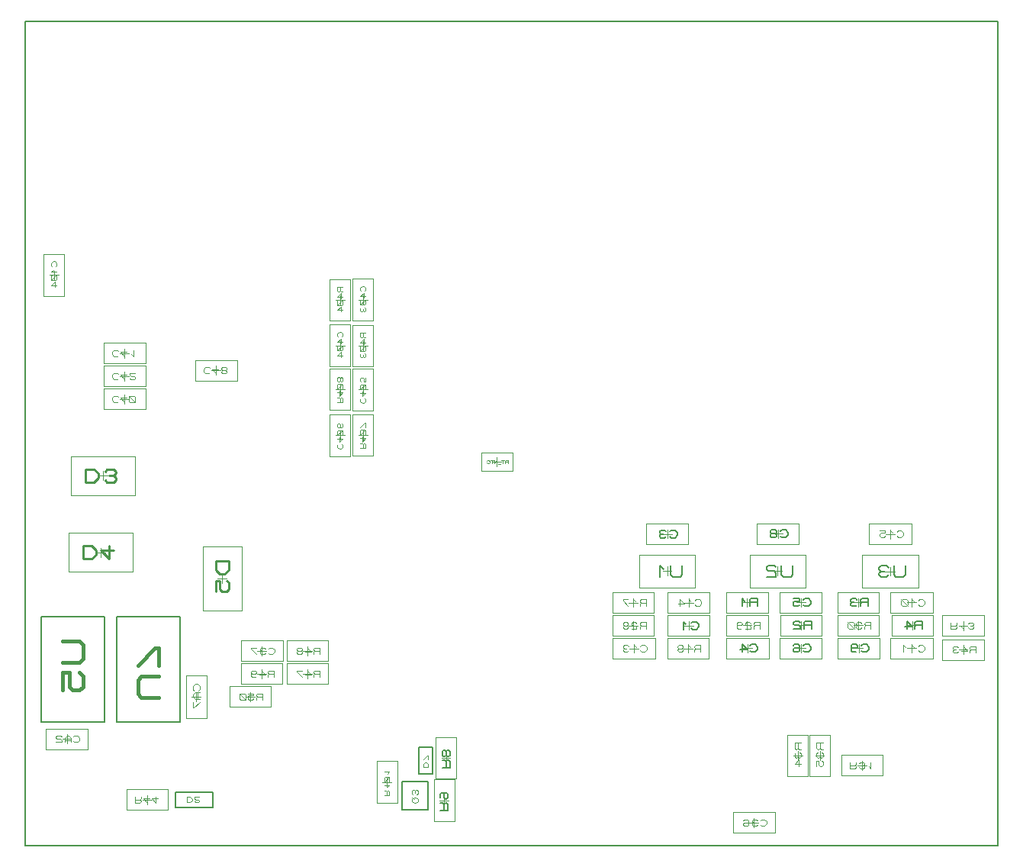
<source format=gbr>
G04 PROTEUS GERBER X2 FILE*
%TF.GenerationSoftware,Labcenter,Proteus,8.7-SP3-Build25561*%
%TF.CreationDate,2021-07-06T20:34:18+00:00*%
%TF.FileFunction,AssemblyDrawing,Bot*%
%TF.FilePolarity,Positive*%
%TF.Part,Single*%
%TF.SameCoordinates,{87e03e06-012a-4b1c-b44b-99ac6d4646d0}*%
%FSLAX45Y45*%
%MOMM*%
G01*
%TA.AperFunction,Profile*%
%ADD38C,0.203200*%
%TA.AperFunction,Material*%
%ADD115C,0.050000*%
%ADD128C,0.095000*%
%ADD123C,0.093000*%
%ADD44C,0.203200*%
%ADD113C,0.389040*%
%ADD120C,0.118750*%
%ADD144C,0.208330*%
%ADD129C,0.141000*%
%ADD116C,0.116250*%
%ADD145C,0.100580*%
%ADD146C,0.050710*%
%ADD130C,0.103290*%
%ADD147C,0.238330*%
%ADD114C,0.090090*%
%TD.AperFunction*%
D38*
X-1079500Y-6413500D02*
X+9715500Y-6413500D01*
X+9715500Y+2730500D01*
X-1079500Y+2730500D01*
X-1079500Y-6413500D01*
D115*
X+2528000Y-631000D02*
X+2528000Y-1101000D01*
X+2298000Y-1101000D01*
X+2298000Y-631000D01*
X+2528000Y-631000D01*
X+2363000Y-866000D02*
X+2463000Y-866000D01*
X+2413000Y-916000D02*
X+2413000Y-816000D01*
D128*
X+2432000Y-771000D02*
X+2441500Y-761500D01*
X+2441500Y-733000D01*
X+2422500Y-714000D01*
X+2403500Y-714000D01*
X+2384500Y-733000D01*
X+2384500Y-761500D01*
X+2394000Y-771000D01*
X+2422500Y-847000D02*
X+2422500Y-790000D01*
X+2384500Y-828000D01*
X+2441500Y-828000D01*
X+2432000Y-866000D02*
X+2394000Y-866000D01*
X+2384500Y-875500D01*
X+2384500Y-913500D01*
X+2394000Y-923000D01*
X+2432000Y-923000D01*
X+2441500Y-913500D01*
X+2441500Y-875500D01*
X+2432000Y-866000D01*
X+2441500Y-866000D02*
X+2384500Y-923000D01*
X+2422500Y-999000D02*
X+2422500Y-942000D01*
X+2384500Y-980000D01*
X+2441500Y-980000D01*
D115*
X+2528000Y-133000D02*
X+2528000Y-593000D01*
X+2298000Y-593000D01*
X+2298000Y-133000D01*
X+2528000Y-133000D01*
X+2363000Y-363000D02*
X+2463000Y-363000D01*
X+2413000Y-413000D02*
X+2413000Y-313000D01*
D123*
X+2440900Y-214200D02*
X+2385100Y-214200D01*
X+2385100Y-260700D01*
X+2394400Y-270000D01*
X+2403700Y-270000D01*
X+2413000Y-260700D01*
X+2413000Y-214200D01*
X+2413000Y-260700D02*
X+2422300Y-270000D01*
X+2440900Y-270000D01*
X+2422300Y-344400D02*
X+2422300Y-288600D01*
X+2385100Y-325800D01*
X+2440900Y-325800D01*
X+2431600Y-363000D02*
X+2394400Y-363000D01*
X+2385100Y-372300D01*
X+2385100Y-409500D01*
X+2394400Y-418800D01*
X+2431600Y-418800D01*
X+2440900Y-409500D01*
X+2440900Y-372300D01*
X+2431600Y-363000D01*
X+2440900Y-363000D02*
X+2385100Y-418800D01*
X+2422300Y-493200D02*
X+2422300Y-437400D01*
X+2385100Y-474600D01*
X+2440900Y-474600D01*
D115*
X+2782000Y-123000D02*
X+2782000Y-593000D01*
X+2552000Y-593000D01*
X+2552000Y-123000D01*
X+2782000Y-123000D01*
X+2617000Y-358000D02*
X+2717000Y-358000D01*
X+2667000Y-408000D02*
X+2667000Y-308000D01*
D128*
X+2686000Y-263000D02*
X+2695500Y-253500D01*
X+2695500Y-225000D01*
X+2676500Y-206000D01*
X+2657500Y-206000D01*
X+2638500Y-225000D01*
X+2638500Y-253500D01*
X+2648000Y-263000D01*
X+2676500Y-339000D02*
X+2676500Y-282000D01*
X+2638500Y-320000D01*
X+2695500Y-320000D01*
X+2686000Y-358000D02*
X+2648000Y-358000D01*
X+2638500Y-367500D01*
X+2638500Y-405500D01*
X+2648000Y-415000D01*
X+2686000Y-415000D01*
X+2695500Y-405500D01*
X+2695500Y-367500D01*
X+2686000Y-358000D01*
X+2695500Y-358000D02*
X+2638500Y-415000D01*
X+2648000Y-443500D02*
X+2638500Y-453000D01*
X+2638500Y-481500D01*
X+2648000Y-491000D01*
X+2657500Y-491000D01*
X+2667000Y-481500D01*
X+2676500Y-491000D01*
X+2686000Y-491000D01*
X+2695500Y-481500D01*
X+2695500Y-453000D01*
X+2686000Y-443500D01*
X+2667000Y-462500D02*
X+2667000Y-481500D01*
D115*
X+2782000Y-641000D02*
X+2782000Y-1101000D01*
X+2552000Y-1101000D01*
X+2552000Y-641000D01*
X+2782000Y-641000D01*
X+2617000Y-871000D02*
X+2717000Y-871000D01*
X+2667000Y-921000D02*
X+2667000Y-821000D01*
D123*
X+2694900Y-722200D02*
X+2639100Y-722200D01*
X+2639100Y-768700D01*
X+2648400Y-778000D01*
X+2657700Y-778000D01*
X+2667000Y-768700D01*
X+2667000Y-722200D01*
X+2667000Y-768700D02*
X+2676300Y-778000D01*
X+2694900Y-778000D01*
X+2676300Y-852400D02*
X+2676300Y-796600D01*
X+2639100Y-833800D01*
X+2694900Y-833800D01*
X+2685600Y-871000D02*
X+2648400Y-871000D01*
X+2639100Y-880300D01*
X+2639100Y-917500D01*
X+2648400Y-926800D01*
X+2685600Y-926800D01*
X+2694900Y-917500D01*
X+2694900Y-880300D01*
X+2685600Y-871000D01*
X+2694900Y-871000D02*
X+2639100Y-926800D01*
X+2648400Y-954700D02*
X+2639100Y-964000D01*
X+2639100Y-991900D01*
X+2648400Y-1001200D01*
X+2657700Y-1001200D01*
X+2667000Y-991900D01*
X+2676300Y-1001200D01*
X+2685600Y-1001200D01*
X+2694900Y-991900D01*
X+2694900Y-964000D01*
X+2685600Y-954700D01*
X+2667000Y-973300D02*
X+2667000Y-991900D01*
D44*
X-902450Y-5041900D02*
X-203950Y-5041900D01*
X-203950Y-3874770D01*
X-902450Y-3874770D01*
X-902450Y-5041900D01*
D113*
X-669913Y-4147101D02*
X-475391Y-4147101D01*
X-436487Y-4186005D01*
X-436487Y-4341622D01*
X-475391Y-4380526D01*
X-669913Y-4380526D01*
X-669913Y-4691760D02*
X-669913Y-4497239D01*
X-592104Y-4497239D01*
X-592104Y-4652856D01*
X-553200Y-4691760D01*
X-475391Y-4691760D01*
X-436487Y-4652856D01*
X-436487Y-4536143D01*
X-475391Y-4497239D01*
D44*
X-64250Y-5041900D02*
X+634250Y-5041900D01*
X+634250Y-3874770D01*
X-64250Y-3874770D01*
X-64250Y-5041900D01*
D113*
X+401713Y-4769569D02*
X+207191Y-4769569D01*
X+168287Y-4730665D01*
X+168287Y-4575048D01*
X+207191Y-4536144D01*
X+401713Y-4536144D01*
X+401713Y-4419431D02*
X+401713Y-4224910D01*
X+362809Y-4224910D01*
X+168287Y-4419431D01*
D115*
X+258000Y-1575500D02*
X-212000Y-1575500D01*
X-212000Y-1345500D01*
X+258000Y-1345500D01*
X+258000Y-1575500D01*
X+23000Y-1410500D02*
X+23000Y-1510500D01*
X-27000Y-1460500D02*
X+73000Y-1460500D01*
D120*
X-48250Y-1436750D02*
X-60125Y-1424875D01*
X-95750Y-1424875D01*
X-119500Y-1448625D01*
X-119500Y-1472375D01*
X-95750Y-1496125D01*
X-60125Y-1496125D01*
X-48250Y-1484250D01*
X+46750Y-1448625D02*
X-24500Y-1448625D01*
X+23000Y-1496125D01*
X+23000Y-1424875D01*
X+70500Y-1436750D02*
X+70500Y-1484250D01*
X+82375Y-1496125D01*
X+129875Y-1496125D01*
X+141750Y-1484250D01*
X+141750Y-1436750D01*
X+129875Y-1424875D01*
X+82375Y-1424875D01*
X+70500Y-1436750D01*
X+70500Y-1424875D02*
X+141750Y-1496125D01*
D115*
X+258000Y-1067500D02*
X-212000Y-1067500D01*
X-212000Y-837500D01*
X+258000Y-837500D01*
X+258000Y-1067500D01*
X+23000Y-902500D02*
X+23000Y-1002500D01*
X-27000Y-952500D02*
X+73000Y-952500D01*
D120*
X-48250Y-928750D02*
X-60125Y-916875D01*
X-95750Y-916875D01*
X-119500Y-940625D01*
X-119500Y-964375D01*
X-95750Y-988125D01*
X-60125Y-988125D01*
X-48250Y-976250D01*
X+46750Y-940625D02*
X-24500Y-940625D01*
X+23000Y-988125D01*
X+23000Y-916875D01*
X+94250Y-964375D02*
X+118000Y-988125D01*
X+118000Y-916875D01*
D115*
X+258000Y-1321500D02*
X-212000Y-1321500D01*
X-212000Y-1091500D01*
X+258000Y-1091500D01*
X+258000Y-1321500D01*
X+23000Y-1156500D02*
X+23000Y-1256500D01*
X-27000Y-1206500D02*
X+73000Y-1206500D01*
D120*
X-48250Y-1182750D02*
X-60125Y-1170875D01*
X-95750Y-1170875D01*
X-119500Y-1194625D01*
X-119500Y-1218375D01*
X-95750Y-1242125D01*
X-60125Y-1242125D01*
X-48250Y-1230250D01*
X+46750Y-1194625D02*
X-24500Y-1194625D01*
X+23000Y-1242125D01*
X+23000Y-1170875D01*
X+82375Y-1230250D02*
X+94250Y-1242125D01*
X+129875Y-1242125D01*
X+141750Y-1230250D01*
X+141750Y-1218375D01*
X+129875Y-1206500D01*
X+94250Y-1206500D01*
X+82375Y-1194625D01*
X+82375Y-1170875D01*
X+141750Y-1170875D01*
D115*
X+804000Y-1028000D02*
X+1274000Y-1028000D01*
X+1274000Y-1258000D01*
X+804000Y-1258000D01*
X+804000Y-1028000D01*
X+1039000Y-1193000D02*
X+1039000Y-1093000D01*
X+1089000Y-1143000D02*
X+989000Y-1143000D01*
D120*
X+967750Y-1119250D02*
X+955875Y-1107375D01*
X+920250Y-1107375D01*
X+896500Y-1131125D01*
X+896500Y-1154875D01*
X+920250Y-1178625D01*
X+955875Y-1178625D01*
X+967750Y-1166750D01*
X+1062750Y-1131125D02*
X+991500Y-1131125D01*
X+1039000Y-1178625D01*
X+1039000Y-1107375D01*
X+1110250Y-1143000D02*
X+1098375Y-1154875D01*
X+1098375Y-1166750D01*
X+1110250Y-1178625D01*
X+1145875Y-1178625D01*
X+1157750Y-1166750D01*
X+1157750Y-1154875D01*
X+1145875Y-1143000D01*
X+1110250Y-1143000D01*
X+1098375Y-1131125D01*
X+1098375Y-1119250D01*
X+1110250Y-1107375D01*
X+1145875Y-1107375D01*
X+1157750Y-1119250D01*
X+1157750Y-1131125D01*
X+1145875Y-1143000D01*
D115*
X-384100Y-5347400D02*
X-854100Y-5347400D01*
X-854100Y-5117400D01*
X-384100Y-5117400D01*
X-384100Y-5347400D01*
X-619100Y-5182400D02*
X-619100Y-5282400D01*
X-669100Y-5232400D02*
X-569100Y-5232400D01*
D120*
X-547850Y-5256150D02*
X-535975Y-5268025D01*
X-500350Y-5268025D01*
X-476600Y-5244275D01*
X-476600Y-5220525D01*
X-500350Y-5196775D01*
X-535975Y-5196775D01*
X-547850Y-5208650D01*
X-571600Y-5268025D02*
X-571600Y-5220525D01*
X-595350Y-5196775D01*
X-619100Y-5196775D01*
X-642850Y-5220525D01*
X-642850Y-5268025D01*
X-571600Y-5244275D02*
X-642850Y-5244275D01*
X-678475Y-5208650D02*
X-690350Y-5196775D01*
X-725975Y-5196775D01*
X-737850Y-5208650D01*
X-737850Y-5220525D01*
X-725975Y-5232400D01*
X-690350Y-5232400D01*
X-678475Y-5244275D01*
X-678475Y-5268025D01*
X-737850Y-5268025D01*
D115*
X+703400Y-4999900D02*
X+703400Y-4529900D01*
X+933400Y-4529900D01*
X+933400Y-4999900D01*
X+703400Y-4999900D01*
X+868400Y-4764900D02*
X+768400Y-4764900D01*
X+818400Y-4714900D02*
X+818400Y-4814900D01*
D120*
X+842150Y-4693650D02*
X+854025Y-4681775D01*
X+854025Y-4646150D01*
X+830275Y-4622400D01*
X+806525Y-4622400D01*
X+782775Y-4646150D01*
X+782775Y-4681775D01*
X+794650Y-4693650D01*
X+854025Y-4717400D02*
X+806525Y-4717400D01*
X+782775Y-4741150D01*
X+782775Y-4764900D01*
X+806525Y-4788650D01*
X+854025Y-4788650D01*
X+830275Y-4717400D02*
X+830275Y-4788650D01*
X+782775Y-4824275D02*
X+782775Y-4883650D01*
X+794650Y-4883650D01*
X+854025Y-4824275D01*
D115*
X+2782000Y-1121500D02*
X+2782000Y-1591500D01*
X+2552000Y-1591500D01*
X+2552000Y-1121500D01*
X+2782000Y-1121500D01*
X+2617000Y-1356500D02*
X+2717000Y-1356500D01*
X+2667000Y-1406500D02*
X+2667000Y-1306500D01*
D128*
X+2648000Y-1451500D02*
X+2638500Y-1461000D01*
X+2638500Y-1489500D01*
X+2657500Y-1508500D01*
X+2676500Y-1508500D01*
X+2695500Y-1489500D01*
X+2695500Y-1461000D01*
X+2686000Y-1451500D01*
X+2657500Y-1375500D02*
X+2657500Y-1432500D01*
X+2695500Y-1394500D01*
X+2638500Y-1394500D01*
X+2648000Y-1356500D02*
X+2686000Y-1356500D01*
X+2695500Y-1347000D01*
X+2695500Y-1309000D01*
X+2686000Y-1299500D01*
X+2648000Y-1299500D01*
X+2638500Y-1309000D01*
X+2638500Y-1347000D01*
X+2648000Y-1356500D01*
X+2638500Y-1356500D02*
X+2695500Y-1299500D01*
X+2695500Y-1223500D02*
X+2695500Y-1271000D01*
X+2676500Y-1271000D01*
X+2676500Y-1233000D01*
X+2667000Y-1223500D01*
X+2648000Y-1223500D01*
X+2638500Y-1233000D01*
X+2638500Y-1261500D01*
X+2648000Y-1271000D01*
D115*
X+2528000Y-1629500D02*
X+2528000Y-2099500D01*
X+2298000Y-2099500D01*
X+2298000Y-1629500D01*
X+2528000Y-1629500D01*
X+2363000Y-1864500D02*
X+2463000Y-1864500D01*
X+2413000Y-1914500D02*
X+2413000Y-1814500D01*
D128*
X+2394000Y-1959500D02*
X+2384500Y-1969000D01*
X+2384500Y-1997500D01*
X+2403500Y-2016500D01*
X+2422500Y-2016500D01*
X+2441500Y-1997500D01*
X+2441500Y-1969000D01*
X+2432000Y-1959500D01*
X+2403500Y-1883500D02*
X+2403500Y-1940500D01*
X+2441500Y-1902500D01*
X+2384500Y-1902500D01*
X+2394000Y-1864500D02*
X+2432000Y-1864500D01*
X+2441500Y-1855000D01*
X+2441500Y-1817000D01*
X+2432000Y-1807500D01*
X+2394000Y-1807500D01*
X+2384500Y-1817000D01*
X+2384500Y-1855000D01*
X+2394000Y-1864500D01*
X+2384500Y-1864500D02*
X+2441500Y-1807500D01*
X+2432000Y-1731500D02*
X+2441500Y-1741000D01*
X+2441500Y-1769500D01*
X+2432000Y-1779000D01*
X+2394000Y-1779000D01*
X+2384500Y-1769500D01*
X+2384500Y-1741000D01*
X+2394000Y-1731500D01*
X+2403500Y-1731500D01*
X+2413000Y-1741000D01*
X+2413000Y-1779000D01*
D115*
X+2782000Y-1629500D02*
X+2782000Y-2089500D01*
X+2552000Y-2089500D01*
X+2552000Y-1629500D01*
X+2782000Y-1629500D01*
X+2617000Y-1859500D02*
X+2717000Y-1859500D01*
X+2667000Y-1909500D02*
X+2667000Y-1809500D01*
D123*
X+2639100Y-2008300D02*
X+2694900Y-2008300D01*
X+2694900Y-1961800D01*
X+2685600Y-1952500D01*
X+2676300Y-1952500D01*
X+2667000Y-1961800D01*
X+2667000Y-2008300D01*
X+2667000Y-1961800D02*
X+2657700Y-1952500D01*
X+2639100Y-1952500D01*
X+2657700Y-1878100D02*
X+2657700Y-1933900D01*
X+2694900Y-1896700D01*
X+2639100Y-1896700D01*
X+2648400Y-1859500D02*
X+2685600Y-1859500D01*
X+2694900Y-1850200D01*
X+2694900Y-1813000D01*
X+2685600Y-1803700D01*
X+2648400Y-1803700D01*
X+2639100Y-1813000D01*
X+2639100Y-1850200D01*
X+2648400Y-1859500D01*
X+2639100Y-1859500D02*
X+2694900Y-1803700D01*
X+2694900Y-1775800D02*
X+2694900Y-1729300D01*
X+2685600Y-1729300D01*
X+2639100Y-1775800D01*
D115*
X+2528000Y-1121500D02*
X+2528000Y-1581500D01*
X+2298000Y-1581500D01*
X+2298000Y-1121500D01*
X+2528000Y-1121500D01*
X+2363000Y-1351500D02*
X+2463000Y-1351500D01*
X+2413000Y-1401500D02*
X+2413000Y-1301500D01*
D123*
X+2385100Y-1500300D02*
X+2440900Y-1500300D01*
X+2440900Y-1453800D01*
X+2431600Y-1444500D01*
X+2422300Y-1444500D01*
X+2413000Y-1453800D01*
X+2413000Y-1500300D01*
X+2413000Y-1453800D02*
X+2403700Y-1444500D01*
X+2385100Y-1444500D01*
X+2403700Y-1370100D02*
X+2403700Y-1425900D01*
X+2440900Y-1388700D01*
X+2385100Y-1388700D01*
X+2394400Y-1351500D02*
X+2431600Y-1351500D01*
X+2440900Y-1342200D01*
X+2440900Y-1305000D01*
X+2431600Y-1295700D01*
X+2394400Y-1295700D01*
X+2385100Y-1305000D01*
X+2385100Y-1342200D01*
X+2394400Y-1351500D01*
X+2385100Y-1351500D02*
X+2440900Y-1295700D01*
X+2413000Y-1258500D02*
X+2422300Y-1267800D01*
X+2431600Y-1267800D01*
X+2440900Y-1258500D01*
X+2440900Y-1230600D01*
X+2431600Y-1221300D01*
X+2422300Y-1221300D01*
X+2413000Y-1230600D01*
X+2413000Y-1258500D01*
X+2403700Y-1267800D01*
X+2394400Y-1267800D01*
X+2385100Y-1258500D01*
X+2385100Y-1230600D01*
X+2394400Y-1221300D01*
X+2403700Y-1221300D01*
X+2413000Y-1230600D01*
D115*
X+6354000Y-3550902D02*
X+5734000Y-3550902D01*
X+5734000Y-3190902D01*
X+6354000Y-3190902D01*
X+6354000Y-3550902D01*
X+6044000Y-3320902D02*
X+6044000Y-3420902D01*
X+5994000Y-3370902D02*
X+6094000Y-3370902D01*
D144*
X+6210666Y-3308402D02*
X+6210666Y-3412569D01*
X+6189833Y-3433402D01*
X+6106500Y-3433402D01*
X+6085667Y-3412569D01*
X+6085667Y-3308402D01*
X+6002334Y-3350069D02*
X+5960667Y-3308402D01*
X+5960667Y-3433402D01*
D115*
X+7581107Y-3550533D02*
X+6961107Y-3550533D01*
X+6961107Y-3190533D01*
X+7581107Y-3190533D01*
X+7581107Y-3550533D01*
X+7271107Y-3320533D02*
X+7271107Y-3420533D01*
X+7221107Y-3370533D02*
X+7321107Y-3370533D01*
D144*
X+7437773Y-3308033D02*
X+7437773Y-3412200D01*
X+7416940Y-3433033D01*
X+7333607Y-3433033D01*
X+7312774Y-3412200D01*
X+7312774Y-3308033D01*
X+7250274Y-3328866D02*
X+7229441Y-3308033D01*
X+7166941Y-3308033D01*
X+7146108Y-3328866D01*
X+7146108Y-3349700D01*
X+7166941Y-3370533D01*
X+7229441Y-3370533D01*
X+7250274Y-3391366D01*
X+7250274Y-3433033D01*
X+7146108Y-3433033D01*
D115*
X+8830869Y-3552033D02*
X+8210869Y-3552033D01*
X+8210869Y-3192033D01*
X+8830869Y-3192033D01*
X+8830869Y-3552033D01*
X+8520869Y-3322033D02*
X+8520869Y-3422033D01*
X+8470869Y-3372033D02*
X+8570869Y-3372033D01*
D144*
X+8687535Y-3309533D02*
X+8687535Y-3413700D01*
X+8666702Y-3434533D01*
X+8583369Y-3434533D01*
X+8562536Y-3413700D01*
X+8562536Y-3309533D01*
X+8500036Y-3330366D02*
X+8479203Y-3309533D01*
X+8416703Y-3309533D01*
X+8395870Y-3330366D01*
X+8395870Y-3351200D01*
X+8416703Y-3372033D01*
X+8395870Y-3392866D01*
X+8395870Y-3413700D01*
X+8416703Y-3434533D01*
X+8479203Y-3434533D01*
X+8500036Y-3413700D01*
X+8458370Y-3372033D02*
X+8416703Y-3372033D01*
D115*
X+6280500Y-3072402D02*
X+5810500Y-3072402D01*
X+5810500Y-2842402D01*
X+6280500Y-2842402D01*
X+6280500Y-3072402D01*
X+6045500Y-2907402D02*
X+6045500Y-3007402D01*
X+5995500Y-2957402D02*
X+6095500Y-2957402D01*
D129*
X+6073700Y-2985602D02*
X+6087800Y-2999702D01*
X+6130100Y-2999702D01*
X+6158300Y-2971502D01*
X+6158300Y-2943302D01*
X+6130100Y-2915102D01*
X+6087800Y-2915102D01*
X+6073700Y-2929202D01*
X+6031400Y-2929202D02*
X+6017300Y-2915102D01*
X+5975000Y-2915102D01*
X+5960900Y-2929202D01*
X+5960900Y-2943302D01*
X+5975000Y-2957402D01*
X+5960900Y-2971502D01*
X+5960900Y-2985602D01*
X+5975000Y-2999702D01*
X+6017300Y-2999702D01*
X+6031400Y-2985602D01*
X+6003200Y-2957402D02*
X+5975000Y-2957402D01*
D115*
X+7507607Y-3072033D02*
X+7037607Y-3072033D01*
X+7037607Y-2842033D01*
X+7507607Y-2842033D01*
X+7507607Y-3072033D01*
X+7272607Y-2907033D02*
X+7272607Y-3007033D01*
X+7222607Y-2957033D02*
X+7322607Y-2957033D01*
D129*
X+7300807Y-2985233D02*
X+7314907Y-2999333D01*
X+7357207Y-2999333D01*
X+7385407Y-2971133D01*
X+7385407Y-2942933D01*
X+7357207Y-2914733D01*
X+7314907Y-2914733D01*
X+7300807Y-2928833D01*
X+7244407Y-2957033D02*
X+7258507Y-2942933D01*
X+7258507Y-2928833D01*
X+7244407Y-2914733D01*
X+7202107Y-2914733D01*
X+7188007Y-2928833D01*
X+7188007Y-2942933D01*
X+7202107Y-2957033D01*
X+7244407Y-2957033D01*
X+7258507Y-2971133D01*
X+7258507Y-2985233D01*
X+7244407Y-2999333D01*
X+7202107Y-2999333D01*
X+7188007Y-2985233D01*
X+7188007Y-2971133D01*
X+7202107Y-2957033D01*
D115*
X+8757369Y-3073533D02*
X+8287369Y-3073533D01*
X+8287369Y-2843533D01*
X+8757369Y-2843533D01*
X+8757369Y-3073533D01*
X+8522369Y-2908533D02*
X+8522369Y-3008533D01*
X+8472369Y-2958533D02*
X+8572369Y-2958533D01*
D120*
X+8593619Y-2982283D02*
X+8605494Y-2994158D01*
X+8641119Y-2994158D01*
X+8664869Y-2970408D01*
X+8664869Y-2946658D01*
X+8641119Y-2922908D01*
X+8605494Y-2922908D01*
X+8593619Y-2934783D01*
X+8546119Y-2946658D02*
X+8522369Y-2922908D01*
X+8522369Y-2994158D01*
X+8403619Y-2922908D02*
X+8462994Y-2922908D01*
X+8462994Y-2946658D01*
X+8415494Y-2946658D01*
X+8403619Y-2958533D01*
X+8403619Y-2982283D01*
X+8415494Y-2994158D01*
X+8451119Y-2994158D01*
X+8462994Y-2982283D01*
D115*
X+6517000Y-3834402D02*
X+6047000Y-3834402D01*
X+6047000Y-3604402D01*
X+6517000Y-3604402D01*
X+6517000Y-3834402D01*
X+6282000Y-3669402D02*
X+6282000Y-3769402D01*
X+6232000Y-3719402D02*
X+6332000Y-3719402D01*
D120*
X+6353250Y-3743152D02*
X+6365125Y-3755027D01*
X+6400750Y-3755027D01*
X+6424500Y-3731277D01*
X+6424500Y-3707527D01*
X+6400750Y-3683777D01*
X+6365125Y-3683777D01*
X+6353250Y-3695652D01*
X+6305750Y-3707527D02*
X+6282000Y-3683777D01*
X+6282000Y-3755027D01*
X+6163250Y-3731277D02*
X+6234500Y-3731277D01*
X+6187000Y-3683777D01*
X+6187000Y-3755027D01*
D115*
X+7761607Y-3834033D02*
X+7291607Y-3834033D01*
X+7291607Y-3604033D01*
X+7761607Y-3604033D01*
X+7761607Y-3834033D01*
X+7526607Y-3669033D02*
X+7526607Y-3769033D01*
X+7476607Y-3719033D02*
X+7576607Y-3719033D01*
D129*
X+7554807Y-3747233D02*
X+7568907Y-3761333D01*
X+7611207Y-3761333D01*
X+7639407Y-3733133D01*
X+7639407Y-3704933D01*
X+7611207Y-3676733D01*
X+7568907Y-3676733D01*
X+7554807Y-3690833D01*
X+7442007Y-3676733D02*
X+7512507Y-3676733D01*
X+7512507Y-3704933D01*
X+7456107Y-3704933D01*
X+7442007Y-3719033D01*
X+7442007Y-3747233D01*
X+7456107Y-3761333D01*
X+7498407Y-3761333D01*
X+7512507Y-3747233D01*
D115*
X+8993869Y-3834033D02*
X+8523869Y-3834033D01*
X+8523869Y-3604033D01*
X+8993869Y-3604033D01*
X+8993869Y-3834033D01*
X+8758869Y-3669033D02*
X+8758869Y-3769033D01*
X+8708869Y-3719033D02*
X+8808869Y-3719033D01*
D120*
X+8830119Y-3742783D02*
X+8841994Y-3754658D01*
X+8877619Y-3754658D01*
X+8901369Y-3730908D01*
X+8901369Y-3707158D01*
X+8877619Y-3683408D01*
X+8841994Y-3683408D01*
X+8830119Y-3695283D01*
X+8782619Y-3707158D02*
X+8758869Y-3683408D01*
X+8758869Y-3754658D01*
X+8711369Y-3742783D02*
X+8711369Y-3695283D01*
X+8699494Y-3683408D01*
X+8651994Y-3683408D01*
X+8640119Y-3695283D01*
X+8640119Y-3742783D01*
X+8651994Y-3754658D01*
X+8699494Y-3754658D01*
X+8711369Y-3742783D01*
X+8711369Y-3754658D02*
X+8640119Y-3683408D01*
D115*
X+6517000Y-4088402D02*
X+6047000Y-4088402D01*
X+6047000Y-3858402D01*
X+6517000Y-3858402D01*
X+6517000Y-4088402D01*
X+6282000Y-3923402D02*
X+6282000Y-4023402D01*
X+6232000Y-3973402D02*
X+6332000Y-3973402D01*
D129*
X+6310200Y-4001602D02*
X+6324300Y-4015702D01*
X+6366600Y-4015702D01*
X+6394800Y-3987502D01*
X+6394800Y-3959302D01*
X+6366600Y-3931102D01*
X+6324300Y-3931102D01*
X+6310200Y-3945202D01*
X+6253800Y-3959302D02*
X+6225600Y-3931102D01*
X+6225600Y-4015702D01*
D115*
X+5909500Y-4342402D02*
X+5439500Y-4342402D01*
X+5439500Y-4112402D01*
X+5909500Y-4112402D01*
X+5909500Y-4342402D01*
X+5674500Y-4177402D02*
X+5674500Y-4277402D01*
X+5624500Y-4227402D02*
X+5724500Y-4227402D01*
D120*
X+5745750Y-4251152D02*
X+5757625Y-4263027D01*
X+5793250Y-4263027D01*
X+5817000Y-4239277D01*
X+5817000Y-4215527D01*
X+5793250Y-4191777D01*
X+5757625Y-4191777D01*
X+5745750Y-4203652D01*
X+5698250Y-4215527D02*
X+5674500Y-4191777D01*
X+5674500Y-4263027D01*
X+5615125Y-4203652D02*
X+5603250Y-4191777D01*
X+5567625Y-4191777D01*
X+5555750Y-4203652D01*
X+5555750Y-4215527D01*
X+5567625Y-4227402D01*
X+5555750Y-4239277D01*
X+5555750Y-4251152D01*
X+5567625Y-4263027D01*
X+5603250Y-4263027D01*
X+5615125Y-4251152D01*
X+5591375Y-4227402D02*
X+5567625Y-4227402D01*
D115*
X+5439500Y-3604402D02*
X+5899500Y-3604402D01*
X+5899500Y-3834402D01*
X+5439500Y-3834402D01*
X+5439500Y-3604402D01*
X+5669500Y-3769402D02*
X+5669500Y-3669402D01*
X+5719500Y-3719402D02*
X+5619500Y-3719402D01*
D116*
X+5809000Y-3754277D02*
X+5809000Y-3684527D01*
X+5750875Y-3684527D01*
X+5739250Y-3696152D01*
X+5739250Y-3707777D01*
X+5750875Y-3719402D01*
X+5809000Y-3719402D01*
X+5750875Y-3719402D02*
X+5739250Y-3731027D01*
X+5739250Y-3754277D01*
X+5692750Y-3707777D02*
X+5669500Y-3684527D01*
X+5669500Y-3754277D01*
X+5611375Y-3684527D02*
X+5553250Y-3684527D01*
X+5553250Y-3696152D01*
X+5611375Y-3754277D01*
D115*
X+6507000Y-4342402D02*
X+6047000Y-4342402D01*
X+6047000Y-4112402D01*
X+6507000Y-4112402D01*
X+6507000Y-4342402D01*
X+6277000Y-4177402D02*
X+6277000Y-4277402D01*
X+6227000Y-4227402D02*
X+6327000Y-4227402D01*
D116*
X+6416500Y-4262277D02*
X+6416500Y-4192527D01*
X+6358375Y-4192527D01*
X+6346750Y-4204152D01*
X+6346750Y-4215777D01*
X+6358375Y-4227402D01*
X+6416500Y-4227402D01*
X+6358375Y-4227402D02*
X+6346750Y-4239027D01*
X+6346750Y-4262277D01*
X+6300250Y-4215777D02*
X+6277000Y-4192527D01*
X+6277000Y-4262277D01*
X+6207250Y-4227402D02*
X+6218875Y-4215777D01*
X+6218875Y-4204152D01*
X+6207250Y-4192527D01*
X+6172375Y-4192527D01*
X+6160750Y-4204152D01*
X+6160750Y-4215777D01*
X+6172375Y-4227402D01*
X+6207250Y-4227402D01*
X+6218875Y-4239027D01*
X+6218875Y-4250652D01*
X+6207250Y-4262277D01*
X+6172375Y-4262277D01*
X+6160750Y-4250652D01*
X+6160750Y-4239027D01*
X+6172375Y-4227402D01*
D115*
X+5899500Y-4088402D02*
X+5439500Y-4088402D01*
X+5439500Y-3858402D01*
X+5899500Y-3858402D01*
X+5899500Y-4088402D01*
X+5669500Y-3923402D02*
X+5669500Y-4023402D01*
X+5619500Y-3973402D02*
X+5719500Y-3973402D01*
D116*
X+5809000Y-4008277D02*
X+5809000Y-3938527D01*
X+5750875Y-3938527D01*
X+5739250Y-3950152D01*
X+5739250Y-3961777D01*
X+5750875Y-3973402D01*
X+5809000Y-3973402D01*
X+5750875Y-3973402D02*
X+5739250Y-3985027D01*
X+5739250Y-4008277D01*
X+5704375Y-3950152D02*
X+5692750Y-3938527D01*
X+5657875Y-3938527D01*
X+5646250Y-3950152D01*
X+5646250Y-3961777D01*
X+5657875Y-3973402D01*
X+5692750Y-3973402D01*
X+5704375Y-3985027D01*
X+5704375Y-4008277D01*
X+5646250Y-4008277D01*
X+5599750Y-3973402D02*
X+5611375Y-3961777D01*
X+5611375Y-3950152D01*
X+5599750Y-3938527D01*
X+5564875Y-3938527D01*
X+5553250Y-3950152D01*
X+5553250Y-3961777D01*
X+5564875Y-3973402D01*
X+5599750Y-3973402D01*
X+5611375Y-3985027D01*
X+5611375Y-3996652D01*
X+5599750Y-4008277D01*
X+5564875Y-4008277D01*
X+5553250Y-3996652D01*
X+5553250Y-3985027D01*
X+5564875Y-3973402D01*
D115*
X+6702607Y-3604033D02*
X+7162607Y-3604033D01*
X+7162607Y-3834033D01*
X+6702607Y-3834033D01*
X+6702607Y-3604033D01*
X+6932607Y-3769033D02*
X+6932607Y-3669033D01*
X+6982607Y-3719033D02*
X+6882607Y-3719033D01*
D129*
X+7045407Y-3761333D02*
X+7045407Y-3676733D01*
X+6974907Y-3676733D01*
X+6960807Y-3690833D01*
X+6960807Y-3704933D01*
X+6974907Y-3719033D01*
X+7045407Y-3719033D01*
X+6974907Y-3719033D02*
X+6960807Y-3733133D01*
X+6960807Y-3761333D01*
X+6904407Y-3704933D02*
X+6876207Y-3676733D01*
X+6876207Y-3761333D01*
D115*
X+7761607Y-4088033D02*
X+7301607Y-4088033D01*
X+7301607Y-3858033D01*
X+7761607Y-3858033D01*
X+7761607Y-4088033D01*
X+7531607Y-3923033D02*
X+7531607Y-4023033D01*
X+7481607Y-3973033D02*
X+7581607Y-3973033D01*
D129*
X+7644407Y-4015333D02*
X+7644407Y-3930733D01*
X+7573907Y-3930733D01*
X+7559807Y-3944833D01*
X+7559807Y-3958933D01*
X+7573907Y-3973033D01*
X+7644407Y-3973033D01*
X+7573907Y-3973033D02*
X+7559807Y-3987133D01*
X+7559807Y-4015333D01*
X+7517507Y-3944833D02*
X+7503407Y-3930733D01*
X+7461107Y-3930733D01*
X+7447007Y-3944833D01*
X+7447007Y-3958933D01*
X+7461107Y-3973033D01*
X+7503407Y-3973033D01*
X+7517507Y-3987133D01*
X+7517507Y-4015333D01*
X+7447007Y-4015333D01*
D115*
X+7162607Y-4088033D02*
X+6702607Y-4088033D01*
X+6702607Y-3858033D01*
X+7162607Y-3858033D01*
X+7162607Y-4088033D01*
X+6932607Y-3923033D02*
X+6932607Y-4023033D01*
X+6882607Y-3973033D02*
X+6982607Y-3973033D01*
D116*
X+7072107Y-4007908D02*
X+7072107Y-3938158D01*
X+7013982Y-3938158D01*
X+7002357Y-3949783D01*
X+7002357Y-3961408D01*
X+7013982Y-3973033D01*
X+7072107Y-3973033D01*
X+7013982Y-3973033D02*
X+7002357Y-3984658D01*
X+7002357Y-4007908D01*
X+6967482Y-3949783D02*
X+6955857Y-3938158D01*
X+6920982Y-3938158D01*
X+6909357Y-3949783D01*
X+6909357Y-3961408D01*
X+6920982Y-3973033D01*
X+6955857Y-3973033D01*
X+6967482Y-3984658D01*
X+6967482Y-4007908D01*
X+6909357Y-4007908D01*
X+6816357Y-3961408D02*
X+6827982Y-3973033D01*
X+6862857Y-3973033D01*
X+6874482Y-3961408D01*
X+6874482Y-3949783D01*
X+6862857Y-3938158D01*
X+6827982Y-3938158D01*
X+6816357Y-3949783D01*
X+6816357Y-3996283D01*
X+6827982Y-4007908D01*
X+6862857Y-4007908D01*
D115*
X+7934869Y-3604033D02*
X+8394869Y-3604033D01*
X+8394869Y-3834033D01*
X+7934869Y-3834033D01*
X+7934869Y-3604033D01*
X+8164869Y-3769033D02*
X+8164869Y-3669033D01*
X+8214869Y-3719033D02*
X+8114869Y-3719033D01*
D129*
X+8277669Y-3761333D02*
X+8277669Y-3676733D01*
X+8207169Y-3676733D01*
X+8193069Y-3690833D01*
X+8193069Y-3704933D01*
X+8207169Y-3719033D01*
X+8277669Y-3719033D01*
X+8207169Y-3719033D02*
X+8193069Y-3733133D01*
X+8193069Y-3761333D01*
X+8150769Y-3690833D02*
X+8136669Y-3676733D01*
X+8094369Y-3676733D01*
X+8080269Y-3690833D01*
X+8080269Y-3704933D01*
X+8094369Y-3719033D01*
X+8080269Y-3733133D01*
X+8080269Y-3747233D01*
X+8094369Y-3761333D01*
X+8136669Y-3761333D01*
X+8150769Y-3747233D01*
X+8122569Y-3719033D02*
X+8094369Y-3719033D01*
D115*
X+8993869Y-4088033D02*
X+8533869Y-4088033D01*
X+8533869Y-3858033D01*
X+8993869Y-3858033D01*
X+8993869Y-4088033D01*
X+8763869Y-3923033D02*
X+8763869Y-4023033D01*
X+8713869Y-3973033D02*
X+8813869Y-3973033D01*
D129*
X+8876669Y-4015333D02*
X+8876669Y-3930733D01*
X+8806169Y-3930733D01*
X+8792069Y-3944833D01*
X+8792069Y-3958933D01*
X+8806169Y-3973033D01*
X+8876669Y-3973033D01*
X+8806169Y-3973033D02*
X+8792069Y-3987133D01*
X+8792069Y-4015333D01*
X+8679269Y-3987133D02*
X+8763869Y-3987133D01*
X+8707469Y-3930733D01*
X+8707469Y-4015333D01*
D115*
X+8394869Y-4088033D02*
X+7934869Y-4088033D01*
X+7934869Y-3858033D01*
X+8394869Y-3858033D01*
X+8394869Y-4088033D01*
X+8164869Y-3923033D02*
X+8164869Y-4023033D01*
X+8114869Y-3973033D02*
X+8214869Y-3973033D01*
D116*
X+8304369Y-4007908D02*
X+8304369Y-3938158D01*
X+8246244Y-3938158D01*
X+8234619Y-3949783D01*
X+8234619Y-3961408D01*
X+8246244Y-3973033D01*
X+8304369Y-3973033D01*
X+8246244Y-3973033D02*
X+8234619Y-3984658D01*
X+8234619Y-4007908D01*
X+8199744Y-3949783D02*
X+8188119Y-3938158D01*
X+8153244Y-3938158D01*
X+8141619Y-3949783D01*
X+8141619Y-3961408D01*
X+8153244Y-3973033D01*
X+8141619Y-3984658D01*
X+8141619Y-3996283D01*
X+8153244Y-4007908D01*
X+8188119Y-4007908D01*
X+8199744Y-3996283D01*
X+8176494Y-3973033D02*
X+8153244Y-3973033D01*
X+8118369Y-3996283D02*
X+8118369Y-3949783D01*
X+8106744Y-3938158D01*
X+8060244Y-3938158D01*
X+8048619Y-3949783D01*
X+8048619Y-3996283D01*
X+8060244Y-4007908D01*
X+8106744Y-4007908D01*
X+8118369Y-3996283D01*
X+8118369Y-4007908D02*
X+8048619Y-3938158D01*
D115*
X+7172607Y-4342033D02*
X+6702607Y-4342033D01*
X+6702607Y-4112033D01*
X+7172607Y-4112033D01*
X+7172607Y-4342033D01*
X+6937607Y-4177033D02*
X+6937607Y-4277033D01*
X+6887607Y-4227033D02*
X+6987607Y-4227033D01*
D129*
X+6965807Y-4255233D02*
X+6979907Y-4269333D01*
X+7022207Y-4269333D01*
X+7050407Y-4241133D01*
X+7050407Y-4212933D01*
X+7022207Y-4184733D01*
X+6979907Y-4184733D01*
X+6965807Y-4198833D01*
X+6853007Y-4241133D02*
X+6937607Y-4241133D01*
X+6881207Y-4184733D01*
X+6881207Y-4269333D01*
D115*
X+7761607Y-4342033D02*
X+7291607Y-4342033D01*
X+7291607Y-4112033D01*
X+7761607Y-4112033D01*
X+7761607Y-4342033D01*
X+7526607Y-4177033D02*
X+7526607Y-4277033D01*
X+7476607Y-4227033D02*
X+7576607Y-4227033D01*
D129*
X+7554807Y-4255233D02*
X+7568907Y-4269333D01*
X+7611207Y-4269333D01*
X+7639407Y-4241133D01*
X+7639407Y-4212933D01*
X+7611207Y-4184733D01*
X+7568907Y-4184733D01*
X+7554807Y-4198833D01*
X+7442007Y-4198833D02*
X+7456107Y-4184733D01*
X+7498407Y-4184733D01*
X+7512507Y-4198833D01*
X+7512507Y-4255233D01*
X+7498407Y-4269333D01*
X+7456107Y-4269333D01*
X+7442007Y-4255233D01*
X+7442007Y-4241133D01*
X+7456107Y-4227033D01*
X+7512507Y-4227033D01*
D115*
X+8404869Y-4342033D02*
X+7934869Y-4342033D01*
X+7934869Y-4112033D01*
X+8404869Y-4112033D01*
X+8404869Y-4342033D01*
X+8169869Y-4177033D02*
X+8169869Y-4277033D01*
X+8119869Y-4227033D02*
X+8219869Y-4227033D01*
D129*
X+8198069Y-4255233D02*
X+8212169Y-4269333D01*
X+8254469Y-4269333D01*
X+8282669Y-4241133D01*
X+8282669Y-4212933D01*
X+8254469Y-4184733D01*
X+8212169Y-4184733D01*
X+8198069Y-4198833D01*
X+8085269Y-4212933D02*
X+8099369Y-4227033D01*
X+8141669Y-4227033D01*
X+8155769Y-4212933D01*
X+8155769Y-4198833D01*
X+8141669Y-4184733D01*
X+8099369Y-4184733D01*
X+8085269Y-4198833D01*
X+8085269Y-4255233D01*
X+8099369Y-4269333D01*
X+8141669Y-4269333D01*
D115*
X+8993869Y-4342033D02*
X+8523869Y-4342033D01*
X+8523869Y-4112033D01*
X+8993869Y-4112033D01*
X+8993869Y-4342033D01*
X+8758869Y-4177033D02*
X+8758869Y-4277033D01*
X+8708869Y-4227033D02*
X+8808869Y-4227033D01*
D120*
X+8830119Y-4250783D02*
X+8841994Y-4262658D01*
X+8877619Y-4262658D01*
X+8901369Y-4238908D01*
X+8901369Y-4215158D01*
X+8877619Y-4191408D01*
X+8841994Y-4191408D01*
X+8830119Y-4203283D01*
X+8782619Y-4215158D02*
X+8758869Y-4191408D01*
X+8758869Y-4262658D01*
X+8687619Y-4215158D02*
X+8663869Y-4191408D01*
X+8663869Y-4262658D01*
D115*
X+7243000Y-6274500D02*
X+6773000Y-6274500D01*
X+6773000Y-6044500D01*
X+7243000Y-6044500D01*
X+7243000Y-6274500D01*
X+7008000Y-6109500D02*
X+7008000Y-6209500D01*
X+6958000Y-6159500D02*
X+7058000Y-6159500D01*
D120*
X+7079250Y-6183250D02*
X+7091125Y-6195125D01*
X+7126750Y-6195125D01*
X+7150500Y-6171375D01*
X+7150500Y-6147625D01*
X+7126750Y-6123875D01*
X+7091125Y-6123875D01*
X+7079250Y-6135750D01*
X+7043625Y-6135750D02*
X+7031750Y-6123875D01*
X+6996125Y-6123875D01*
X+6984250Y-6135750D01*
X+6984250Y-6147625D01*
X+6996125Y-6159500D01*
X+6984250Y-6171375D01*
X+6984250Y-6183250D01*
X+6996125Y-6195125D01*
X+7031750Y-6195125D01*
X+7043625Y-6183250D01*
X+7019875Y-6159500D02*
X+6996125Y-6159500D01*
X+6889250Y-6135750D02*
X+6901125Y-6123875D01*
X+6936750Y-6123875D01*
X+6948625Y-6135750D01*
X+6948625Y-6183250D01*
X+6936750Y-6195125D01*
X+6901125Y-6195125D01*
X+6889250Y-6183250D01*
X+6889250Y-6171375D01*
X+6901125Y-6159500D01*
X+6948625Y-6159500D01*
D115*
X+1782000Y-4369500D02*
X+1312000Y-4369500D01*
X+1312000Y-4139500D01*
X+1782000Y-4139500D01*
X+1782000Y-4369500D01*
X+1547000Y-4204500D02*
X+1547000Y-4304500D01*
X+1497000Y-4254500D02*
X+1597000Y-4254500D01*
D120*
X+1618250Y-4278250D02*
X+1630125Y-4290125D01*
X+1665750Y-4290125D01*
X+1689500Y-4266375D01*
X+1689500Y-4242625D01*
X+1665750Y-4218875D01*
X+1630125Y-4218875D01*
X+1618250Y-4230750D01*
X+1582625Y-4230750D02*
X+1570750Y-4218875D01*
X+1535125Y-4218875D01*
X+1523250Y-4230750D01*
X+1523250Y-4242625D01*
X+1535125Y-4254500D01*
X+1523250Y-4266375D01*
X+1523250Y-4278250D01*
X+1535125Y-4290125D01*
X+1570750Y-4290125D01*
X+1582625Y-4278250D01*
X+1558875Y-4254500D02*
X+1535125Y-4254500D01*
X+1487625Y-4218875D02*
X+1428250Y-4218875D01*
X+1428250Y-4230750D01*
X+1487625Y-4290125D01*
D115*
X-647000Y+148500D02*
X-647000Y-321500D01*
X-877000Y-321500D01*
X-877000Y+148500D01*
X-647000Y+148500D01*
X-812000Y-86500D02*
X-712000Y-86500D01*
X-762000Y-136500D02*
X-762000Y-36500D01*
D128*
X-743000Y+8500D02*
X-733500Y+18000D01*
X-733500Y+46500D01*
X-752500Y+65500D01*
X-771500Y+65500D01*
X-790500Y+46500D01*
X-790500Y+18000D01*
X-781000Y+8500D01*
X-771500Y-29500D02*
X-790500Y-48500D01*
X-733500Y-48500D01*
X-743000Y-86500D02*
X-781000Y-86500D01*
X-790500Y-96000D01*
X-790500Y-134000D01*
X-781000Y-143500D01*
X-743000Y-143500D01*
X-733500Y-134000D01*
X-733500Y-96000D01*
X-743000Y-86500D01*
X-733500Y-86500D02*
X-790500Y-143500D01*
X-752500Y-219500D02*
X-752500Y-162500D01*
X-790500Y-200500D01*
X-733500Y-200500D01*
D44*
X+584200Y-5989320D02*
X+1000760Y-5989320D01*
X+1000760Y-5821680D01*
X+584200Y-5821680D01*
X+584200Y-5989320D01*
D145*
X+712013Y-5875324D02*
X+712013Y-5935675D01*
X+752246Y-5935675D01*
X+772363Y-5915558D01*
X+772363Y-5895441D01*
X+752246Y-5875324D01*
X+712013Y-5875324D01*
X+802538Y-5925616D02*
X+812596Y-5935675D01*
X+842771Y-5935675D01*
X+852830Y-5925616D01*
X+852830Y-5915558D01*
X+842771Y-5905500D01*
X+812596Y-5905500D01*
X+802538Y-5895441D01*
X+802538Y-5875324D01*
X+852830Y-5875324D01*
D115*
X+7979500Y-5409500D02*
X+8439500Y-5409500D01*
X+8439500Y-5639500D01*
X+7979500Y-5639500D01*
X+7979500Y-5409500D01*
X+8209500Y-5574500D02*
X+8209500Y-5474500D01*
X+8259500Y-5524500D02*
X+8159500Y-5524500D01*
D116*
X+8070000Y-5489625D02*
X+8070000Y-5559375D01*
X+8128125Y-5559375D01*
X+8139750Y-5547750D01*
X+8139750Y-5536125D01*
X+8128125Y-5524500D01*
X+8070000Y-5524500D01*
X+8128125Y-5524500D02*
X+8139750Y-5512875D01*
X+8139750Y-5489625D01*
X+8174625Y-5547750D02*
X+8186250Y-5559375D01*
X+8221125Y-5559375D01*
X+8232750Y-5547750D01*
X+8232750Y-5536125D01*
X+8221125Y-5524500D01*
X+8232750Y-5512875D01*
X+8232750Y-5501250D01*
X+8221125Y-5489625D01*
X+8186250Y-5489625D01*
X+8174625Y-5501250D01*
X+8197875Y-5524500D02*
X+8221125Y-5524500D01*
X+8279250Y-5536125D02*
X+8302500Y-5559375D01*
X+8302500Y-5489625D01*
D115*
X+7608000Y-5185500D02*
X+7608000Y-5645500D01*
X+7378000Y-5645500D01*
X+7378000Y-5185500D01*
X+7608000Y-5185500D01*
X+7443000Y-5415500D02*
X+7543000Y-5415500D01*
X+7493000Y-5465500D02*
X+7493000Y-5365500D01*
D116*
X+7527875Y-5276000D02*
X+7458125Y-5276000D01*
X+7458125Y-5334125D01*
X+7469750Y-5345750D01*
X+7481375Y-5345750D01*
X+7493000Y-5334125D01*
X+7493000Y-5276000D01*
X+7493000Y-5334125D02*
X+7504625Y-5345750D01*
X+7527875Y-5345750D01*
X+7469750Y-5380625D02*
X+7458125Y-5392250D01*
X+7458125Y-5427125D01*
X+7469750Y-5438750D01*
X+7481375Y-5438750D01*
X+7493000Y-5427125D01*
X+7504625Y-5438750D01*
X+7516250Y-5438750D01*
X+7527875Y-5427125D01*
X+7527875Y-5392250D01*
X+7516250Y-5380625D01*
X+7493000Y-5403875D02*
X+7493000Y-5427125D01*
X+7504625Y-5531750D02*
X+7504625Y-5462000D01*
X+7458125Y-5508500D01*
X+7527875Y-5508500D01*
D115*
X+7622500Y-5645500D02*
X+7622500Y-5185500D01*
X+7852500Y-5185500D01*
X+7852500Y-5645500D01*
X+7622500Y-5645500D01*
X+7787500Y-5415500D02*
X+7687500Y-5415500D01*
X+7737500Y-5365500D02*
X+7737500Y-5465500D01*
D116*
X+7772375Y-5276000D02*
X+7702625Y-5276000D01*
X+7702625Y-5334125D01*
X+7714250Y-5345750D01*
X+7725875Y-5345750D01*
X+7737500Y-5334125D01*
X+7737500Y-5276000D01*
X+7737500Y-5334125D02*
X+7749125Y-5345750D01*
X+7772375Y-5345750D01*
X+7714250Y-5380625D02*
X+7702625Y-5392250D01*
X+7702625Y-5427125D01*
X+7714250Y-5438750D01*
X+7725875Y-5438750D01*
X+7737500Y-5427125D01*
X+7749125Y-5438750D01*
X+7760750Y-5438750D01*
X+7772375Y-5427125D01*
X+7772375Y-5392250D01*
X+7760750Y-5380625D01*
X+7737500Y-5403875D02*
X+7737500Y-5427125D01*
X+7702625Y-5531750D02*
X+7702625Y-5473625D01*
X+7725875Y-5473625D01*
X+7725875Y-5520125D01*
X+7737500Y-5531750D01*
X+7760750Y-5531750D01*
X+7772375Y-5520125D01*
X+7772375Y-5485250D01*
X+7760750Y-5473625D01*
D115*
X+9099200Y-4126800D02*
X+9559200Y-4126800D01*
X+9559200Y-4356800D01*
X+9099200Y-4356800D01*
X+9099200Y-4126800D01*
X+9329200Y-4291800D02*
X+9329200Y-4191800D01*
X+9379200Y-4241800D02*
X+9279200Y-4241800D01*
D116*
X+9468700Y-4276675D02*
X+9468700Y-4206925D01*
X+9410575Y-4206925D01*
X+9398950Y-4218550D01*
X+9398950Y-4230175D01*
X+9410575Y-4241800D01*
X+9468700Y-4241800D01*
X+9410575Y-4241800D02*
X+9398950Y-4253425D01*
X+9398950Y-4276675D01*
X+9305950Y-4253425D02*
X+9375700Y-4253425D01*
X+9329200Y-4206925D01*
X+9329200Y-4276675D01*
X+9271075Y-4218550D02*
X+9259450Y-4206925D01*
X+9224575Y-4206925D01*
X+9212950Y-4218550D01*
X+9212950Y-4230175D01*
X+9224575Y-4241800D01*
X+9212950Y-4253425D01*
X+9212950Y-4265050D01*
X+9224575Y-4276675D01*
X+9259450Y-4276675D01*
X+9271075Y-4265050D01*
X+9247825Y-4241800D02*
X+9224575Y-4241800D01*
D115*
X+504100Y-6020500D02*
X+44100Y-6020500D01*
X+44100Y-5790500D01*
X+504100Y-5790500D01*
X+504100Y-6020500D01*
X+274100Y-5855500D02*
X+274100Y-5955500D01*
X+224100Y-5905500D02*
X+324100Y-5905500D01*
D116*
X+134600Y-5870625D02*
X+134600Y-5940375D01*
X+192725Y-5940375D01*
X+204350Y-5928750D01*
X+204350Y-5917125D01*
X+192725Y-5905500D01*
X+134600Y-5905500D01*
X+192725Y-5905500D02*
X+204350Y-5893875D01*
X+204350Y-5870625D01*
X+297350Y-5893875D02*
X+227600Y-5893875D01*
X+274100Y-5940375D01*
X+274100Y-5870625D01*
X+390350Y-5893875D02*
X+320600Y-5893875D01*
X+367100Y-5940375D01*
X+367100Y-5870625D01*
D115*
X+1820000Y-4393500D02*
X+2280000Y-4393500D01*
X+2280000Y-4623500D01*
X+1820000Y-4623500D01*
X+1820000Y-4393500D01*
X+2050000Y-4558500D02*
X+2050000Y-4458500D01*
X+2100000Y-4508500D02*
X+2000000Y-4508500D01*
D116*
X+2189500Y-4543375D02*
X+2189500Y-4473625D01*
X+2131375Y-4473625D01*
X+2119750Y-4485250D01*
X+2119750Y-4496875D01*
X+2131375Y-4508500D01*
X+2189500Y-4508500D01*
X+2131375Y-4508500D02*
X+2119750Y-4520125D01*
X+2119750Y-4543375D01*
X+2026750Y-4520125D02*
X+2096500Y-4520125D01*
X+2050000Y-4473625D01*
X+2050000Y-4543375D01*
X+1991875Y-4473625D02*
X+1933750Y-4473625D01*
X+1933750Y-4485250D01*
X+1991875Y-4543375D01*
D115*
X+1820000Y-4139500D02*
X+2280000Y-4139500D01*
X+2280000Y-4369500D01*
X+1820000Y-4369500D01*
X+1820000Y-4139500D01*
X+2050000Y-4304500D02*
X+2050000Y-4204500D01*
X+2100000Y-4254500D02*
X+2000000Y-4254500D01*
D116*
X+2189500Y-4289375D02*
X+2189500Y-4219625D01*
X+2131375Y-4219625D01*
X+2119750Y-4231250D01*
X+2119750Y-4242875D01*
X+2131375Y-4254500D01*
X+2189500Y-4254500D01*
X+2131375Y-4254500D02*
X+2119750Y-4266125D01*
X+2119750Y-4289375D01*
X+2026750Y-4266125D02*
X+2096500Y-4266125D01*
X+2050000Y-4219625D01*
X+2050000Y-4289375D01*
X+1980250Y-4254500D02*
X+1991875Y-4242875D01*
X+1991875Y-4231250D01*
X+1980250Y-4219625D01*
X+1945375Y-4219625D01*
X+1933750Y-4231250D01*
X+1933750Y-4242875D01*
X+1945375Y-4254500D01*
X+1980250Y-4254500D01*
X+1991875Y-4266125D01*
X+1991875Y-4277750D01*
X+1980250Y-4289375D01*
X+1945375Y-4289375D01*
X+1933750Y-4277750D01*
X+1933750Y-4266125D01*
X+1945375Y-4254500D01*
D115*
X+1312000Y-4393500D02*
X+1772000Y-4393500D01*
X+1772000Y-4623500D01*
X+1312000Y-4623500D01*
X+1312000Y-4393500D01*
X+1542000Y-4558500D02*
X+1542000Y-4458500D01*
X+1592000Y-4508500D02*
X+1492000Y-4508500D01*
D116*
X+1681500Y-4543375D02*
X+1681500Y-4473625D01*
X+1623375Y-4473625D01*
X+1611750Y-4485250D01*
X+1611750Y-4496875D01*
X+1623375Y-4508500D01*
X+1681500Y-4508500D01*
X+1623375Y-4508500D02*
X+1611750Y-4520125D01*
X+1611750Y-4543375D01*
X+1518750Y-4520125D02*
X+1588500Y-4520125D01*
X+1542000Y-4473625D01*
X+1542000Y-4543375D01*
X+1425750Y-4496875D02*
X+1437375Y-4508500D01*
X+1472250Y-4508500D01*
X+1483875Y-4496875D01*
X+1483875Y-4485250D01*
X+1472250Y-4473625D01*
X+1437375Y-4473625D01*
X+1425750Y-4485250D01*
X+1425750Y-4531750D01*
X+1437375Y-4543375D01*
X+1472250Y-4543375D01*
D115*
X+1645000Y-4877500D02*
X+1185000Y-4877500D01*
X+1185000Y-4647500D01*
X+1645000Y-4647500D01*
X+1645000Y-4877500D01*
X+1415000Y-4712500D02*
X+1415000Y-4812500D01*
X+1365000Y-4762500D02*
X+1465000Y-4762500D01*
D116*
X+1554500Y-4797375D02*
X+1554500Y-4727625D01*
X+1496375Y-4727625D01*
X+1484750Y-4739250D01*
X+1484750Y-4750875D01*
X+1496375Y-4762500D01*
X+1554500Y-4762500D01*
X+1496375Y-4762500D02*
X+1484750Y-4774125D01*
X+1484750Y-4797375D01*
X+1391750Y-4727625D02*
X+1449875Y-4727625D01*
X+1449875Y-4750875D01*
X+1403375Y-4750875D01*
X+1391750Y-4762500D01*
X+1391750Y-4785750D01*
X+1403375Y-4797375D01*
X+1438250Y-4797375D01*
X+1449875Y-4785750D01*
X+1368500Y-4785750D02*
X+1368500Y-4739250D01*
X+1356875Y-4727625D01*
X+1310375Y-4727625D01*
X+1298750Y-4739250D01*
X+1298750Y-4785750D01*
X+1310375Y-4797375D01*
X+1356875Y-4797375D01*
X+1368500Y-4785750D01*
X+1368500Y-4797375D02*
X+1298750Y-4727625D01*
D115*
X+3979500Y-2059000D02*
X+4329500Y-2059000D01*
X+4329500Y-2259000D01*
X+3979500Y-2259000D01*
X+3979500Y-2059000D01*
X+4154500Y-2209000D02*
X+4154500Y-2109000D01*
X+4204500Y-2159000D02*
X+4104500Y-2159000D01*
D146*
X+4276213Y-2174215D02*
X+4276213Y-2143786D01*
X+4250857Y-2143786D01*
X+4245785Y-2148858D01*
X+4245785Y-2153929D01*
X+4250857Y-2159000D01*
X+4276213Y-2159000D01*
X+4250857Y-2159000D02*
X+4245785Y-2164072D01*
X+4245785Y-2174215D01*
X+4235642Y-2143786D02*
X+4205214Y-2143786D01*
X+4220428Y-2143786D02*
X+4220428Y-2174215D01*
X+4195071Y-2179286D02*
X+4164643Y-2179286D01*
X+4154500Y-2174215D02*
X+4154500Y-2143786D01*
X+4124072Y-2174215D01*
X+4124072Y-2143786D01*
X+4113929Y-2143786D02*
X+4083501Y-2143786D01*
X+4098715Y-2143786D02*
X+4098715Y-2174215D01*
X+4042930Y-2169143D02*
X+4048002Y-2174215D01*
X+4063216Y-2174215D01*
X+4073358Y-2164072D01*
X+4073358Y-2153929D01*
X+4063216Y-2143786D01*
X+4048002Y-2143786D01*
X+4042930Y-2148858D01*
D115*
X+3474358Y-5672074D02*
X+3474358Y-5212074D01*
X+3704358Y-5212074D01*
X+3704358Y-5672074D01*
X+3474358Y-5672074D01*
X+3639358Y-5442074D02*
X+3539358Y-5442074D01*
X+3589358Y-5392074D02*
X+3589358Y-5492074D01*
D129*
X+3547058Y-5554874D02*
X+3631658Y-5554874D01*
X+3631658Y-5484374D01*
X+3617558Y-5470274D01*
X+3603458Y-5470274D01*
X+3589358Y-5484374D01*
X+3589358Y-5554874D01*
X+3589358Y-5484374D02*
X+3575258Y-5470274D01*
X+3547058Y-5470274D01*
X+3589358Y-5413874D02*
X+3603458Y-5427974D01*
X+3617558Y-5427974D01*
X+3631658Y-5413874D01*
X+3631658Y-5371574D01*
X+3617558Y-5357474D01*
X+3603458Y-5357474D01*
X+3589358Y-5371574D01*
X+3589358Y-5413874D01*
X+3575258Y-5427974D01*
X+3561158Y-5427974D01*
X+3547058Y-5413874D01*
X+3547058Y-5371574D01*
X+3561158Y-5357474D01*
X+3575258Y-5357474D01*
X+3589358Y-5371574D01*
D115*
X+3683700Y-5682900D02*
X+3683700Y-6142900D01*
X+3453700Y-6142900D01*
X+3453700Y-5682900D01*
X+3683700Y-5682900D01*
X+3518700Y-5912900D02*
X+3618700Y-5912900D01*
X+3568700Y-5962900D02*
X+3568700Y-5862900D01*
D129*
X+3526400Y-6025700D02*
X+3611000Y-6025700D01*
X+3611000Y-5955200D01*
X+3596900Y-5941100D01*
X+3582800Y-5941100D01*
X+3568700Y-5955200D01*
X+3568700Y-6025700D01*
X+3568700Y-5955200D02*
X+3554600Y-5941100D01*
X+3526400Y-5941100D01*
X+3582800Y-5828300D02*
X+3568700Y-5842400D01*
X+3568700Y-5884700D01*
X+3582800Y-5898800D01*
X+3596900Y-5898800D01*
X+3611000Y-5884700D01*
X+3611000Y-5842400D01*
X+3596900Y-5828300D01*
X+3540500Y-5828300D01*
X+3526400Y-5842400D01*
X+3526400Y-5884700D01*
D115*
X+2818700Y-5939700D02*
X+2818700Y-5479700D01*
X+3048700Y-5479700D01*
X+3048700Y-5939700D01*
X+2818700Y-5939700D01*
X+2983700Y-5709700D02*
X+2883700Y-5709700D01*
X+2933700Y-5659700D02*
X+2933700Y-5759700D01*
D123*
X+2905800Y-5858500D02*
X+2961600Y-5858500D01*
X+2961600Y-5812000D01*
X+2952300Y-5802700D01*
X+2943000Y-5802700D01*
X+2933700Y-5812000D01*
X+2933700Y-5858500D01*
X+2933700Y-5812000D02*
X+2924400Y-5802700D01*
X+2905800Y-5802700D01*
X+2943000Y-5765500D02*
X+2961600Y-5746900D01*
X+2905800Y-5746900D01*
X+2915100Y-5709700D02*
X+2952300Y-5709700D01*
X+2961600Y-5700400D01*
X+2961600Y-5663200D01*
X+2952300Y-5653900D01*
X+2915100Y-5653900D01*
X+2905800Y-5663200D01*
X+2905800Y-5700400D01*
X+2915100Y-5709700D01*
X+2905800Y-5709700D02*
X+2961600Y-5653900D01*
X+2943000Y-5616700D02*
X+2961600Y-5598100D01*
X+2905800Y-5598100D01*
D44*
X+3098800Y-6014720D02*
X+3390900Y-6014720D01*
X+3390900Y-5704840D01*
X+3098800Y-5704840D01*
X+3098800Y-6014720D01*
D130*
X+3255179Y-5942414D02*
X+3275838Y-5921756D01*
X+3275838Y-5901097D01*
X+3255179Y-5880439D01*
X+3234521Y-5880439D01*
X+3213862Y-5901097D01*
X+3213862Y-5921756D01*
X+3234521Y-5942414D01*
X+3255179Y-5942414D01*
X+3234521Y-5901097D02*
X+3213862Y-5880439D01*
X+3265509Y-5849451D02*
X+3275838Y-5839122D01*
X+3275838Y-5808134D01*
X+3265509Y-5797805D01*
X+3255179Y-5797805D01*
X+3244850Y-5808134D01*
X+3234521Y-5797805D01*
X+3224191Y-5797805D01*
X+3213862Y-5808134D01*
X+3213862Y-5839122D01*
X+3224191Y-5849451D01*
X+3244850Y-5828793D02*
X+3244850Y-5808134D01*
D115*
X-599900Y-2947300D02*
X+110100Y-2947300D01*
X+110100Y-3377300D01*
X-599900Y-3377300D01*
X-599900Y-2947300D01*
X-244900Y-3212300D02*
X-244900Y-3112300D01*
X-194900Y-3162300D02*
X-294900Y-3162300D01*
D147*
X-435566Y-3090800D02*
X-435566Y-3233800D01*
X-340233Y-3233800D01*
X-292567Y-3186133D01*
X-292567Y-3138467D01*
X-340233Y-3090800D01*
X-435566Y-3090800D01*
X-101901Y-3138467D02*
X-244900Y-3138467D01*
X-149567Y-3233800D01*
X-149567Y-3090800D01*
D115*
X-574500Y-2096400D02*
X+135500Y-2096400D01*
X+135500Y-2526400D01*
X-574500Y-2526400D01*
X-574500Y-2096400D01*
X-219500Y-2361400D02*
X-219500Y-2261400D01*
X-169500Y-2311400D02*
X-269500Y-2311400D01*
D147*
X-410166Y-2239900D02*
X-410166Y-2382900D01*
X-314833Y-2382900D01*
X-267167Y-2335233D01*
X-267167Y-2287567D01*
X-314833Y-2239900D01*
X-410166Y-2239900D01*
X-195667Y-2359067D02*
X-171834Y-2382900D01*
X-100334Y-2382900D01*
X-76501Y-2359067D01*
X-76501Y-2335233D01*
X-100334Y-2311400D01*
X-76501Y-2287567D01*
X-76501Y-2263733D01*
X-100334Y-2239900D01*
X-171834Y-2239900D01*
X-195667Y-2263733D01*
X-148001Y-2311400D02*
X-100334Y-2311400D01*
D115*
X+889900Y-3805800D02*
X+889900Y-3095800D01*
X+1319900Y-3095800D01*
X+1319900Y-3805800D01*
X+889900Y-3805800D01*
X+1154900Y-3450800D02*
X+1054900Y-3450800D01*
X+1104900Y-3400800D02*
X+1104900Y-3500800D01*
D147*
X+1176400Y-3260134D02*
X+1033400Y-3260134D01*
X+1033400Y-3355467D01*
X+1081067Y-3403133D01*
X+1128733Y-3403133D01*
X+1176400Y-3355467D01*
X+1176400Y-3260134D01*
X+1033400Y-3593799D02*
X+1033400Y-3474633D01*
X+1081067Y-3474633D01*
X+1081067Y-3569966D01*
X+1104900Y-3593799D01*
X+1152567Y-3593799D01*
X+1176400Y-3569966D01*
X+1176400Y-3498466D01*
X+1152567Y-3474633D01*
D115*
X+9559200Y-4090100D02*
X+9099200Y-4090100D01*
X+9099200Y-3860100D01*
X+9559200Y-3860100D01*
X+9559200Y-4090100D01*
X+9329200Y-3925100D02*
X+9329200Y-4025100D01*
X+9279200Y-3975100D02*
X+9379200Y-3975100D01*
D116*
X+9189700Y-3940225D02*
X+9189700Y-4009975D01*
X+9247825Y-4009975D01*
X+9259450Y-3998350D01*
X+9259450Y-3986725D01*
X+9247825Y-3975100D01*
X+9189700Y-3975100D01*
X+9247825Y-3975100D02*
X+9259450Y-3963475D01*
X+9259450Y-3940225D01*
X+9305950Y-3986725D02*
X+9329200Y-4009975D01*
X+9329200Y-3940225D01*
X+9387325Y-3998350D02*
X+9398950Y-4009975D01*
X+9433825Y-4009975D01*
X+9445450Y-3998350D01*
X+9445450Y-3986725D01*
X+9433825Y-3975100D01*
X+9445450Y-3963475D01*
X+9445450Y-3951850D01*
X+9433825Y-3940225D01*
X+9398950Y-3940225D01*
X+9387325Y-3951850D01*
X+9410575Y-3975100D02*
X+9433825Y-3975100D01*
D44*
X+3290420Y-5620647D02*
X+3440580Y-5620647D01*
X+3440580Y-5322197D01*
X+3290420Y-5322197D01*
X+3290420Y-5620647D01*
D114*
X+3338471Y-5543498D02*
X+3392528Y-5543498D01*
X+3392528Y-5507460D01*
X+3374509Y-5489441D01*
X+3356490Y-5489441D01*
X+3338471Y-5507460D01*
X+3338471Y-5543498D01*
X+3392528Y-5462413D02*
X+3392528Y-5417365D01*
X+3383519Y-5417365D01*
X+3338471Y-5462413D01*
M02*

</source>
